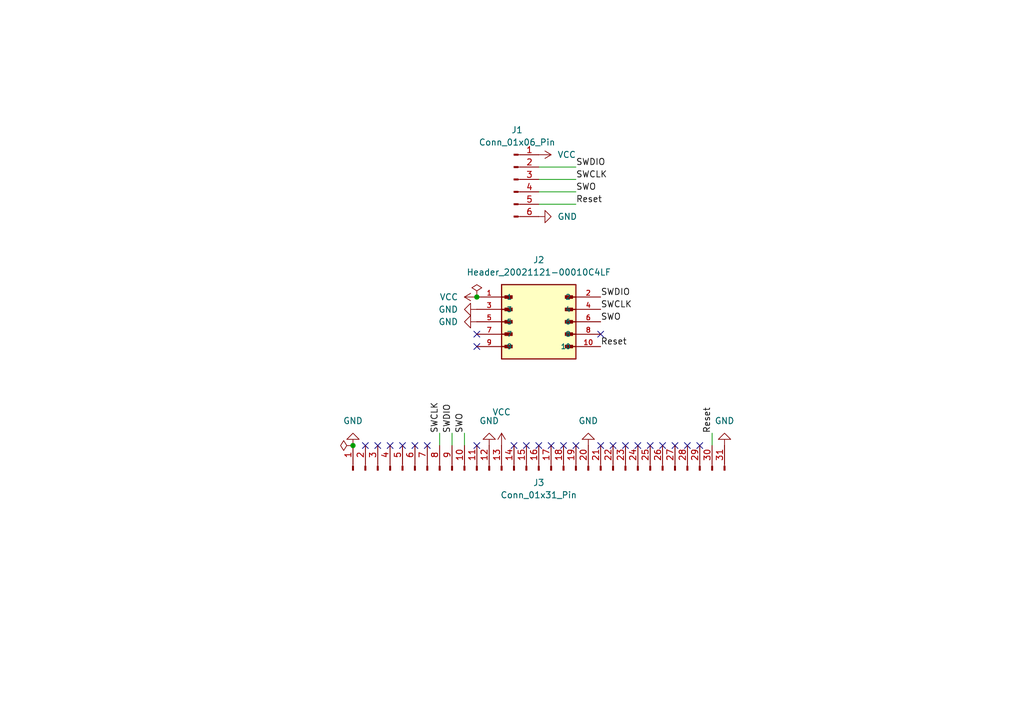
<source format=kicad_sch>
(kicad_sch (version 20231120) (generator "eeschema") (generator_version "8.0")
  (paper "A5")
  (lib_symbols
    (symbol "BAT_Library:Header_20021121-00010C4LF" (pin_names (offset 1.016))
      (property "Reference" "J" (at -8.12 7.62 0))
      (property "Value" "Header_20021121-00010C4LF" (at -7.62 -10.16 0))
      (symbol "Header_20021121-00010C4LF_0_0"
        (rectangle (start -7.62 -7.62) (end 7.62 7.62) (stroke (width 0.254)) (fill (type background)))
        (rectangle (start -6.985 -5.3975) (end -5.3975 -4.7625) (stroke (width 0.1)) (fill (type outline)))
        (rectangle (start -6.985 -2.8575) (end -5.3975 -2.2225) (stroke (width 0.1)) (fill (type outline)))
        (rectangle (start -6.985 -0.3175) (end -5.3975 0.3175) (stroke (width 0.1)) (fill (type outline)))
        (rectangle (start -6.985 2.2225) (end -5.3975 2.8575) (stroke (width 0.1)) (fill (type outline)))
        (rectangle (start -6.985 4.7625) (end -5.3975 5.3975) (stroke (width 0.1)) (fill (type outline)))
        (polyline (pts (xy -7.62 -5.08) (xy -5.715 -5.08)) (stroke (width 0.254)))
        (polyline (pts (xy -7.62 -2.54) (xy -5.715 -2.54)) (stroke (width 0.254)))
        (polyline (pts (xy -7.62 0) (xy -5.715 0)) (stroke (width 0.254)))
        (polyline (pts (xy -7.62 2.54) (xy -5.715 2.54)) (stroke (width 0.254)))
        (polyline (pts (xy -7.62 5.08) (xy -5.715 5.08)) (stroke (width 0.254)))
        (polyline (pts (xy 7.62 -5.08) (xy 5.715 -5.08)) (stroke (width 0.254)))
        (polyline (pts (xy 7.62 -2.54) (xy 5.715 -2.54)) (stroke (width 0.254)))
        (polyline (pts (xy 7.62 0) (xy 5.715 0)) (stroke (width 0.254)))
        (polyline (pts (xy 7.62 2.54) (xy 5.715 2.54)) (stroke (width 0.254)))
        (polyline (pts (xy 7.62 5.08) (xy 5.715 5.08)) (stroke (width 0.254)))
        (rectangle (start 5.3975 -5.3975) (end 6.985 -4.7625) (stroke (width 0.1)) (fill (type outline)))
        (rectangle (start 5.3975 -2.8575) (end 6.985 -2.2225) (stroke (width 0.1)) (fill (type outline)))
        (rectangle (start 5.3975 -0.3175) (end 6.985 0.3175) (stroke (width 0.1)) (fill (type outline)))
        (rectangle (start 5.3975 2.2225) (end 6.985 2.8575) (stroke (width 0.1)) (fill (type outline)))
        (rectangle (start 5.3975 4.7625) (end 6.985 5.3975) (stroke (width 0.1)) (fill (type outline)))
        (pin passive line (at -12.7 5.08 0) (length 5.08) (name "1") (number "1"))
        (pin passive line (at 12.7 -5.08 180) (length 5.08) (name "10") (number "10"))
        (pin passive line (at 12.7 5.08 180) (length 5.08) (name "2") (number "2"))
        (pin passive line (at -12.7 2.54 0) (length 5.08) (name "3") (number "3"))
        (pin passive line (at 12.7 2.54 180) (length 5.08) (name "4") (number "4"))
        (pin passive line (at -12.7 0 0) (length 5.08) (name "5") (number "5"))
        (pin passive line (at 12.7 0 180) (length 5.08) (name "6") (number "6"))
        (pin passive line (at -12.7 -2.54 0) (length 5.08) (name "7") (number "7"))
        (pin passive line (at 12.7 -2.54 180) (length 5.08) (name "8") (number "8"))
        (pin passive line (at -12.7 -5.08 0) (length 5.08) (name "9") (number "9"))
      )
    )
    (symbol "Connector:Conn_01x06_Pin" (pin_names (offset 1.016) hide)
      (property "Reference" "J" (at 0 7.62 0))
      (property "Value" "Conn_01x06_Pin" (at 0 -10.16 0))
      (symbol "Conn_01x06_Pin_1_1"
        (polyline (pts (xy 1.27 -7.62) (xy 0.8636 -7.62)) (stroke (width 0.1524)))
        (polyline (pts (xy 1.27 -5.08) (xy 0.8636 -5.08)) (stroke (width 0.1524)))
        (polyline (pts (xy 1.27 -2.54) (xy 0.8636 -2.54)) (stroke (width 0.1524)))
        (polyline (pts (xy 1.27 0) (xy 0.8636 0)) (stroke (width 0.1524)))
        (polyline (pts (xy 1.27 2.54) (xy 0.8636 2.54)) (stroke (width 0.1524)))
        (polyline (pts (xy 1.27 5.08) (xy 0.8636 5.08)) (stroke (width 0.1524)))
        (rectangle (start 0.8636 -7.493) (end 0 -7.747) (stroke (width 0.1524)) (fill (type outline)))
        (rectangle (start 0.8636 -4.953) (end 0 -5.207) (stroke (width 0.1524)) (fill (type outline)))
        (rectangle (start 0.8636 -2.413) (end 0 -2.667) (stroke (width 0.1524)) (fill (type outline)))
        (rectangle (start 0.8636 0.127) (end 0 -0.127) (stroke (width 0.1524)) (fill (type outline)))
        (rectangle (start 0.8636 2.667) (end 0 2.413) (stroke (width 0.1524)) (fill (type outline)))
        (rectangle (start 0.8636 5.207) (end 0 4.953) (stroke (width 0.1524)) (fill (type outline)))
        (pin passive line (at 5.08 5.08 180) (length 3.81) (name "Pin_1") (number "1"))
        (pin passive line (at 5.08 2.54 180) (length 3.81) (name "Pin_2") (number "2"))
        (pin passive line (at 5.08 0 180) (length 3.81) (name "Pin_3") (number "3"))
        (pin passive line (at 5.08 -2.54 180) (length 3.81) (name "Pin_4") (number "4"))
        (pin passive line (at 5.08 -5.08 180) (length 3.81) (name "Pin_5") (number "5"))
        (pin passive line (at 5.08 -7.62 180) (length 3.81) (name "Pin_6") (number "6"))
      )
    )
    (symbol "Connector:Conn_01x31_Pin" (pin_names (offset 1.016) hide)
      (property "Reference" "J" (at 0 40.64 0))
      (property "Value" "Conn_01x31_Pin" (at 0 -40.64 0))
      (symbol "Conn_01x31_Pin_1_1"
        (polyline (pts (xy 1.27 -38.1) (xy 0.8636 -38.1)) (stroke (width 0.1524)))
        (polyline (pts (xy 1.27 -35.56) (xy 0.8636 -35.56)) (stroke (width 0.1524)))
        (polyline (pts (xy 1.27 -33.02) (xy 0.8636 -33.02)) (stroke (width 0.1524)))
        (polyline (pts (xy 1.27 -30.48) (xy 0.8636 -30.48)) (stroke (width 0.1524)))
        (polyline (pts (xy 1.27 -27.94) (xy 0.8636 -27.94)) (stroke (width 0.1524)))
        (polyline (pts (xy 1.27 -25.4) (xy 0.8636 -25.4)) (stroke (width 0.1524)))
        (polyline (pts (xy 1.27 -22.86) (xy 0.8636 -22.86)) (stroke (width 0.1524)))
        (polyline (pts (xy 1.27 -20.32) (xy 0.8636 -20.32)) (stroke (width 0.1524)))
        (polyline (pts (xy 1.27 -17.78) (xy 0.8636 -17.78)) (stroke (width 0.1524)))
        (polyline (pts (xy 1.27 -15.24) (xy 0.8636 -15.24)) (stroke (width 0.1524)))
        (polyline (pts (xy 1.27 -12.7) (xy 0.8636 -12.7)) (stroke (width 0.1524)))
        (polyline (pts (xy 1.27 -10.16) (xy 0.8636 -10.16)) (stroke (width 0.1524)))
        (polyline (pts (xy 1.27 -7.62) (xy 0.8636 -7.62)) (stroke (width 0.1524)))
        (polyline (pts (xy 1.27 -5.08) (xy 0.8636 -5.08)) (stroke (width 0.1524)))
        (polyline (pts (xy 1.27 -2.54) (xy 0.8636 -2.54)) (stroke (width 0.1524)))
        (polyline (pts (xy 1.27 0) (xy 0.8636 0)) (stroke (width 0.1524)))
        (polyline (pts (xy 1.27 2.54) (xy 0.8636 2.54)) (stroke (width 0.1524)))
        (polyline (pts (xy 1.27 5.08) (xy 0.8636 5.08)) (stroke (width 0.1524)))
        (polyline (pts (xy 1.27 7.62) (xy 0.8636 7.62)) (stroke (width 0.1524)))
        (polyline (pts (xy 1.27 10.16) (xy 0.8636 10.16)) (stroke (width 0.1524)))
        (polyline (pts (xy 1.27 12.7) (xy 0.8636 12.7)) (stroke (width 0.1524)))
        (polyline (pts (xy 1.27 15.24) (xy 0.8636 15.24)) (stroke (width 0.1524)))
        (polyline (pts (xy 1.27 17.78) (xy 0.8636 17.78)) (stroke (width 0.1524)))
        (polyline (pts (xy 1.27 20.32) (xy 0.8636 20.32)) (stroke (width 0.1524)))
        (polyline (pts (xy 1.27 22.86) (xy 0.8636 22.86)) (stroke (width 0.1524)))
        (polyline (pts (xy 1.27 25.4) (xy 0.8636 25.4)) (stroke (width 0.1524)))
        (polyline (pts (xy 1.27 27.94) (xy 0.8636 27.94)) (stroke (width 0.1524)))
        (polyline (pts (xy 1.27 30.48) (xy 0.8636 30.48)) (stroke (width 0.1524)))
        (polyline (pts (xy 1.27 33.02) (xy 0.8636 33.02)) (stroke (width 0.1524)))
        (polyline (pts (xy 1.27 35.56) (xy 0.8636 35.56)) (stroke (width 0.1524)))
        (polyline (pts (xy 1.27 38.1) (xy 0.8636 38.1)) (stroke (width 0.1524)))
        (rectangle (start 0.8636 -37.973) (end 0 -38.227) (stroke (width 0.1524)) (fill (type outline)))
        (rectangle (start 0.8636 -35.433) (end 0 -35.687) (stroke (width 0.1524)) (fill (type outline)))
        (rectangle (start 0.8636 -32.893) (end 0 -33.147) (stroke (width 0.1524)) (fill (type outline)))
        (rectangle (start 0.8636 -30.353) (end 0 -30.607) (stroke (width 0.1524)) (fill (type outline)))
        (rectangle (start 0.8636 -27.813) (end 0 -28.067) (stroke (width 0.1524)) (fill (type outline)))
        (rectangle (start 0.8636 -25.273) (end 0 -25.527) (stroke (width 0.1524)) (fill (type outline)))
        (rectangle (start 0.8636 -22.733) (end 0 -22.987) (stroke (width 0.1524)) (fill (type outline)))
        (rectangle (start 0.8636 -20.193) (end 0 -20.447) (stroke (width 0.1524)) (fill (type outline)))
        (rectangle (start 0.8636 -17.653) (end 0 -17.907) (stroke (width 0.1524)) (fill (type outline)))
        (rectangle (start 0.8636 -15.113) (end 0 -15.367) (stroke (width 0.1524)) (fill (type outline)))
        (rectangle (start 0.8636 -12.573) (end 0 -12.827) (stroke (width 0.1524)) (fill (type outline)))
        (rectangle (start 0.8636 -10.033) (end 0 -10.287) (stroke (width 0.1524)) (fill (type outline)))
        (rectangle (start 0.8636 -7.493) (end 0 -7.747) (stroke (width 0.1524)) (fill (type outline)))
        (rectangle (start 0.8636 -4.953) (end 0 -5.207) (stroke (width 0.1524)) (fill (type outline)))
        (rectangle (start 0.8636 -2.413) (end 0 -2.667) (stroke (width 0.1524)) (fill (type outline)))
        (rectangle (start 0.8636 0.127) (end 0 -0.127) (stroke (width 0.1524)) (fill (type outline)))
        (rectangle (start 0.8636 2.667) (end 0 2.413) (stroke (width 0.1524)) (fill (type outline)))
        (rectangle (start 0.8636 5.207) (end 0 4.953) (stroke (width 0.1524)) (fill (type outline)))
        (rectangle (start 0.8636 7.747) (end 0 7.493) (stroke (width 0.1524)) (fill (type outline)))
        (rectangle (start 0.8636 10.287) (end 0 10.033) (stroke (width 0.1524)) (fill (type outline)))
        (rectangle (start 0.8636 12.827) (end 0 12.573) (stroke (width 0.1524)) (fill (type outline)))
        (rectangle (start 0.8636 15.367) (end 0 15.113) (stroke (width 0.1524)) (fill (type outline)))
        (rectangle (start 0.8636 17.907) (end 0 17.653) (stroke (width 0.1524)) (fill (type outline)))
        (rectangle (start 0.8636 20.447) (end 0 20.193) (stroke (width 0.1524)) (fill (type outline)))
        (rectangle (start 0.8636 22.987) (end 0 22.733) (stroke (width 0.1524)) (fill (type outline)))
        (rectangle (start 0.8636 25.527) (end 0 25.273) (stroke (width 0.1524)) (fill (type outline)))
        (rectangle (start 0.8636 28.067) (end 0 27.813) (stroke (width 0.1524)) (fill (type outline)))
        (rectangle (start 0.8636 30.607) (end 0 30.353) (stroke (width 0.1524)) (fill (type outline)))
        (rectangle (start 0.8636 33.147) (end 0 32.893) (stroke (width 0.1524)) (fill (type outline)))
        (rectangle (start 0.8636 35.687) (end 0 35.433) (stroke (width 0.1524)) (fill (type outline)))
        (rectangle (start 0.8636 38.227) (end 0 37.973) (stroke (width 0.1524)) (fill (type outline)))
        (pin passive line (at 5.08 38.1 180) (length 3.81) (name "Pin_1") (number "1"))
        (pin passive line (at 5.08 15.24 180) (length 3.81) (name "Pin_10") (number "10"))
        (pin passive line (at 5.08 12.7 180) (length 3.81) (name "Pin_11") (number "11"))
        (pin passive line (at 5.08 10.16 180) (length 3.81) (name "Pin_12") (number "12"))
        (pin passive line (at 5.08 7.62 180) (length 3.81) (name "Pin_13") (number "13"))
        (pin passive line (at 5.08 5.08 180) (length 3.81) (name "Pin_14") (number "14"))
        (pin passive line (at 5.08 2.54 180) (length 3.81) (name "Pin_15") (number "15"))
        (pin passive line (at 5.08 0 180) (length 3.81) (name "Pin_16") (number "16"))
        (pin passive line (at 5.08 -2.54 180) (length 3.81) (name "Pin_17") (number "17"))
        (pin passive line (at 5.08 -5.08 180) (length 3.81) (name "Pin_18") (number "18"))
        (pin passive line (at 5.08 -7.62 180) (length 3.81) (name "Pin_19") (number "19"))
        (pin passive line (at 5.08 35.56 180) (length 3.81) (name "Pin_2") (number "2"))
        (pin passive line (at 5.08 -10.16 180) (length 3.81) (name "Pin_20") (number "20"))
        (pin passive line (at 5.08 -12.7 180) (length 3.81) (name "Pin_21") (number "21"))
        (pin passive line (at 5.08 -15.24 180) (length 3.81) (name "Pin_22") (number "22"))
        (pin passive line (at 5.08 -17.78 180) (length 3.81) (name "Pin_23") (number "23"))
        (pin passive line (at 5.08 -20.32 180) (length 3.81) (name "Pin_24") (number "24"))
        (pin passive line (at 5.08 -22.86 180) (length 3.81) (name "Pin_25") (number "25"))
        (pin passive line (at 5.08 -25.4 180) (length 3.81) (name "Pin_26") (number "26"))
        (pin passive line (at 5.08 -27.94 180) (length 3.81) (name "Pin_27") (number "27"))
        (pin passive line (at 5.08 -30.48 180) (length 3.81) (name "Pin_28") (number "28"))
        (pin passive line (at 5.08 -33.02 180) (length 3.81) (name "Pin_29") (number "29"))
        (pin passive line (at 5.08 33.02 180) (length 3.81) (name "Pin_3") (number "3"))
        (pin passive line (at 5.08 -35.56 180) (length 3.81) (name "Pin_30") (number "30"))
        (pin passive line (at 5.08 -38.1 180) (length 3.81) (name "Pin_31") (number "31"))
        (pin passive line (at 5.08 30.48 180) (length 3.81) (name "Pin_4") (number "4"))
        (pin passive line (at 5.08 27.94 180) (length 3.81) (name "Pin_5") (number "5"))
        (pin passive line (at 5.08 25.4 180) (length 3.81) (name "Pin_6") (number "6"))
        (pin passive line (at 5.08 22.86 180) (length 3.81) (name "Pin_7") (number "7"))
        (pin passive line (at 5.08 20.32 180) (length 3.81) (name "Pin_8") (number "8"))
        (pin passive line (at 5.08 17.78 180) (length 3.81) (name "Pin_9") (number "9"))
      )
    )
    (symbol "power:GND" (power) (pin_numbers hide) (pin_names (offset 0) hide)
      (property "Value" "GND" (at 0 -3.81 0))
      (symbol "GND_0_1"
        (polyline (pts (xy 0 0) (xy 0 -1.27) (xy 1.27 -1.27) (xy 0 -2.54) (xy -1.27 -1.27) (xy 0 -1.27)))
      )
      (symbol "GND_1_1"
        (pin power_in line (at 0 0 270) (length 0) (name "~") (number "1"))
      )
    )
    (symbol "power:PWR_FLAG" (power) (pin_numbers hide) (pin_names (offset 0) hide)
      (property "Value" "PWR_FLAG" (at 0 3.81 0))
      (symbol "PWR_FLAG_0_0"
        (pin power_out line (at 0 0 90) (length 0) (name "~") (number "1"))
      )
      (symbol "PWR_FLAG_0_1"
        (polyline (pts (xy 0 0) (xy 0 1.27) (xy -1.016 1.905) (xy 0 2.54) (xy 1.016 1.905) (xy 0 1.27)))
      )
    )
    (symbol "power:VCC" (power) (pin_numbers hide) (pin_names (offset 0) hide)
      (property "Value" "VCC" (at 0 3.556 0))
      (symbol "VCC_0_1"
        (polyline (pts (xy -0.762 1.27) (xy 0 2.54)))
        (polyline (pts (xy 0 0) (xy 0 2.54)))
        (polyline (pts (xy 0 2.54) (xy 0.762 1.27)))
      )
      (symbol "VCC_1_1"
        (pin power_in line (at 0 0 90) (length 0) (name "~") (number "1"))
      )
    )
  )
  (junction (at 97.79 60.96))
  (junction (at 72.39 91.44))
  (no_connect (at 110.49 91.44))
  (no_connect (at 118.11 91.44))
  (no_connect (at 140.97 91.44))
  (no_connect (at 115.57 91.44))
  (no_connect (at 135.89 91.44))
  (no_connect (at 143.51 91.44))
  (no_connect (at 138.43 91.44))
  (no_connect (at 74.93 91.44))
  (no_connect (at 133.35 91.44))
  (no_connect (at 128.27 91.44))
  (no_connect (at 97.79 91.44))
  (no_connect (at 123.19 68.58))
  (no_connect (at 97.79 68.58))
  (no_connect (at 130.81 91.44))
  (no_connect (at 97.79 71.12))
  (no_connect (at 87.63 91.44))
  (no_connect (at 125.73 91.44))
  (no_connect (at 105.41 91.44))
  (no_connect (at 107.95 91.44))
  (no_connect (at 85.09 91.44))
  (no_connect (at 80.01 91.44))
  (no_connect (at 82.55 91.44))
  (no_connect (at 113.03 91.44))
  (no_connect (at 77.47 91.44))
  (no_connect (at 123.19 91.44))
  (wire (pts (xy 110.49 41.91) (xy 118.11 41.91)))
  (wire (pts (xy 110.49 34.29) (xy 118.11 34.29)))
  (wire (pts (xy 110.49 36.83) (xy 118.11 36.83)))
  (wire (pts (xy 90.17 88.9) (xy 90.17 91.44)))
  (wire (pts (xy 95.25 88.9) (xy 95.25 91.44)))
  (wire (pts (xy 92.71 88.9) (xy 92.71 91.44)))
  (wire (pts (xy 146.05 88.9) (xy 146.05 91.44)))
  (wire (pts (xy 110.49 39.37) (xy 118.11 39.37)))
  (label "SWCLK" (at 118.11 36.83 0))
  (label "Reset" (at 118.11 41.91 0))
  (label "SWO" (at 123.19 66.04 0))
  (label "SWO" (at 118.11 39.37 0))
  (label "Reset" (at 123.19 71.12 0))
  (label "SWCLK" (at 90.17 88.9 90))
  (label "SWDIO" (at 118.11 34.29 0))
  (label "SWDIO" (at 123.19 60.96 0))
  (label "Reset" (at 146.05 88.9 90))
  (label "SWCLK" (at 123.19 63.5 0))
  (label "SWDIO" (at 92.71 88.9 90))
  (label "SWO" (at 95.25 88.9 90))
  (symbol (lib_id "power:GND") (at 97.79 63.5 270) (unit 1)
    (property "Reference" "#PWR04" (effects (hide yes)))
    (property "Value" "GND" (at 93.98 63.4999 90) (effects (justify right)))
    (property "Description" "Power symbol creates a global label with name \"GND\" , ground" (effects (hide yes)))
  )
  (symbol (lib_id "power:GND") (at 72.39 91.44 180) (unit 1)
    (property "Reference" "#PWR06" (effects (hide yes)))
    (property "Value" "GND" (at 72.39 86.36 0))
    (property "Description" "Power symbol creates a global label with name \"GND\" , ground" (effects (hide yes)))
  )
  (symbol (lib_id "BAT_Library:Header_20021121-00010C4LF") (at 110.49 66.04 0) (unit 1)
    (property "Reference" "J2" (at 110.49 53.34 0))
    (property "Value" "Header_20021121-00010C4LF" (at 110.49 55.88 0))
    (property "Footprint" "footprints:AMPHENOL_20021121-00010C4LF" (effects (hide yes)))
    (property "MF" "Amphenol ICC" (effects (hide yes)))
    (property "MAXIMUM_PACKAGE_HEIGHT" "4.55mm" (effects (hide yes)))
    (property "Package" "None" (effects (hide yes)))
    (property "Price" "None" (effects (hide yes)))
    (property "Check_prices" "https://www.snapeda.com/parts/20021121-00010C4LF/Amphenol+FCI/view-part/?ref=eda" (effects (hide yes)))
    (property "STANDARD" "Manufacturer Recommendations" (effects (hide yes)))
    (property "PARTREV" "R" (effects (hide yes)))
    (property "SnapEDA_Link" "https://www.snapeda.com/parts/20021121-00010C4LF/Amphenol+FCI/view-part/?ref=snap" (effects (hide yes)))
    (property "MP" "20021121-00010C4LF" (effects (hide yes)))
    (property "Purchase-URL" "https://www.snapeda.com/api/url_track_click_mouser/?unipart_id=50432&manufacturer=Amphenol ICC&part_name=20021121-00010C4LF&search_term=20021121-00010c4lf" (effects (hide yes)))
    (property "Description_1" "\nConn Rect BrdtoBrd UnshroudedHeader 10Cnts SMT 1.27x1.27mmSpng | Amphenol FCI (Amphenol CS) 20021121-00010C4LF\n" (effects (hide yes)))
    (property "MANUFACTURER" "Amphenol ICC" (effects (hide yes)))
    (property "Availability" "In Stock" (effects (hide yes)))
    (property "SNAPEDA_PN" "20021121-00010C4LF" (effects (hide yes)))
  )
  (symbol (lib_id "power:PWR_FLAG") (at 97.79 60.96 0) (unit 1)
    (property "Reference" "#FLG01" (effects (hide yes)))
    (property "Value" "PWR_FLAG" (effects (hide yes)))
    (property "Description" "Special symbol for telling ERC where power comes from" (effects (hide yes)))
  )
  (symbol (lib_id "power:GND") (at 97.79 66.04 270) (unit 1)
    (property "Reference" "#PWR05" (effects (hide yes)))
    (property "Value" "GND" (at 93.98 66.0399 90) (effects (justify right)))
    (property "Description" "Power symbol creates a global label with name \"GND\" , ground" (effects (hide yes)))
  )
  (symbol (lib_id "power:GND") (at 110.49 44.45 90) (unit 1)
    (property "Reference" "#PWR02" (effects (hide yes)))
    (property "Value" "GND" (at 114.3 44.4499 90) (effects (justify right)))
    (property "Description" "Power symbol creates a global label with name \"GND\" , ground" (effects (hide yes)))
  )
  (symbol (lib_id "power:GND") (at 148.59 91.44 180) (unit 1)
    (property "Reference" "#PWR010" (effects (hide yes)))
    (property "Value" "GND" (at 148.59 86.36 0))
    (property "Description" "Power symbol creates a global label with name \"GND\" , ground" (effects (hide yes)))
  )
  (symbol (lib_id "Connector:Conn_01x06_Pin") (at 105.41 36.83 0) (unit 1)
    (property "Reference" "J1" (at 106.045 26.67 0))
    (property "Value" "Conn_01x06_Pin" (at 106.045 29.21 0))
    (property "Footprint" "Connector_PinHeader_2.54mm:PinHeader_2x03_P2.54mm_Vertical" (effects (hide yes)))
    (property "Description" "Generic connector, single row, 01x06, script generated" (effects (hide yes)))
  )
  (symbol (lib_id "power:PWR_FLAG") (at 72.39 91.44 90) (unit 1)
    (property "Reference" "#FLG02" (effects (hide yes)))
    (property "Value" "PWR_FLAG" (effects (hide yes)))
    (property "Description" "Special symbol for telling ERC where power comes from" (effects (hide yes)))
  )
  (symbol (lib_id "power:VCC") (at 110.49 31.75 270) (unit 1)
    (property "Reference" "#PWR01" (effects (hide yes)))
    (property "Value" "VCC" (at 114.3 31.7499 90) (effects (justify left)))
    (property "Description" "Power symbol creates a global label with name \"VCC\"" (effects (hide yes)))
  )
  (symbol (lib_id "power:GND") (at 120.65 91.44 180) (unit 1)
    (property "Reference" "#PWR09" (effects (hide yes)))
    (property "Value" "GND" (at 120.65 86.36 0))
    (property "Description" "Power symbol creates a global label with name \"GND\" , ground" (effects (hide yes)))
  )
  (symbol (lib_id "power:GND") (at 100.33 91.44 180) (unit 1)
    (property "Reference" "#PWR07" (effects (hide yes)))
    (property "Value" "GND" (at 100.33 86.36 0))
    (property "Description" "Power symbol creates a global label with name \"GND\" , ground" (effects (hide yes)))
  )
  (symbol (lib_id "Connector:Conn_01x31_Pin") (at 110.49 96.52 90) (unit 1)
    (property "Reference" "J3" (at 110.49 99.06 90))
    (property "Value" "Conn_01x31_Pin" (at 110.49 101.6 90))
    (property "Footprint" "footprints:BGM220PC22WGA2R_castellated-holes" (effects (hide yes)))
    (property "Description" "Generic connector, single row, 01x31, script generated" (effects (hide yes)))
  )
  (symbol (lib_id "power:VCC") (at 97.79 60.96 90) (unit 1)
    (property "Reference" "#PWR03" (effects (hide yes)))
    (property "Value" "VCC" (at 93.98 60.9599 90) (effects (justify left)))
    (property "Description" "Power symbol creates a global label with name \"VCC\"" (effects (hide yes)))
  )
  (symbol (lib_id "power:VCC") (at 102.87 91.44 0) (unit 1)
    (property "Reference" "#PWR08" (effects (hide yes)))
    (property "Value" "VCC" (at 102.87 84.582 0))
    (property "Description" "Power symbol creates a global label with name \"VCC\"" (effects (hide yes)))
  )
)
</source>
